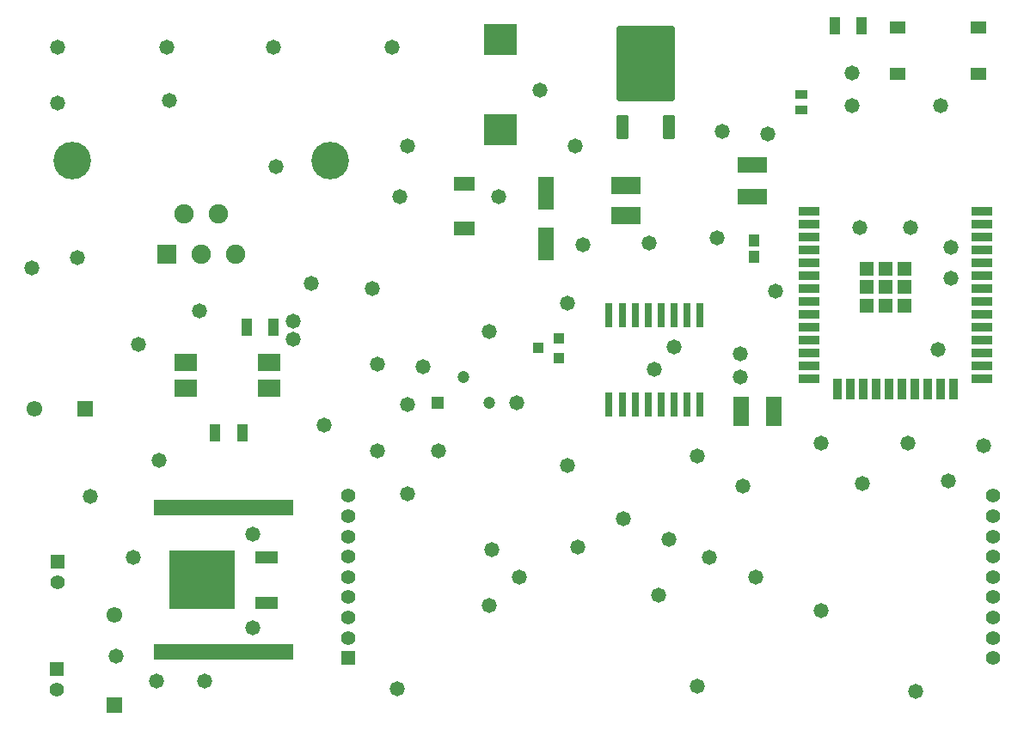
<source format=gts>
G04*
G04 #@! TF.GenerationSoftware,Altium Limited,Altium Designer,25.1.2 (22)*
G04*
G04 Layer_Color=8388736*
%FSLAX44Y44*%
%MOMM*%
G71*
G04*
G04 #@! TF.SameCoordinates,735CD127-3729-4D2A-A9AC-AB826B6A9FB7*
G04*
G04*
G04 #@! TF.FilePolarity,Negative*
G04*
G01*
G75*
%ADD17R,0.8000X2.4000*%
%ADD18R,0.7000X2.4000*%
%ADD22R,2.0000X0.9000*%
%ADD23R,0.9000X2.0000*%
%ADD24R,1.3300X1.3300*%
%ADD27R,1.0121X1.2084*%
%ADD29R,13.7160X1.5240*%
%ADD30R,2.2000X1.7000*%
%ADD31R,1.6000X3.2000*%
%ADD32R,1.5500X1.3000*%
%ADD33R,3.2510X3.1240*%
%ADD35R,1.2621X0.9578*%
G04:AMPARAMS|DCode=36|XSize=5.7532mm|YSize=7.4032mm|CornerRadius=0.1571mm|HoleSize=0mm|Usage=FLASHONLY|Rotation=180.000|XOffset=0mm|YOffset=0mm|HoleType=Round|Shape=RoundedRectangle|*
%AMROUNDEDRECTD36*
21,1,5.7532,7.0890,0,0,180.0*
21,1,5.4390,7.4032,0,0,180.0*
1,1,0.3142,-2.7195,3.5445*
1,1,0.3142,2.7195,3.5445*
1,1,0.3142,2.7195,-3.5445*
1,1,0.3142,-2.7195,-3.5445*
%
%ADD36ROUNDEDRECTD36*%
G04:AMPARAMS|DCode=37|XSize=1.2032mm|YSize=2.4032mm|CornerRadius=0.1516mm|HoleSize=0mm|Usage=FLASHONLY|Rotation=180.000|XOffset=0mm|YOffset=0mm|HoleType=Round|Shape=RoundedRectangle|*
%AMROUNDEDRECTD37*
21,1,1.2032,2.1000,0,0,180.0*
21,1,0.9000,2.4032,0,0,180.0*
1,1,0.3032,-0.4500,1.0500*
1,1,0.3032,0.4500,1.0500*
1,1,0.3032,0.4500,-1.0500*
1,1,0.3032,-0.4500,-1.0500*
%
%ADD37ROUNDEDRECTD37*%
%ADD38R,1.1032X1.0032*%
%ADD39R,1.5532X3.0032*%
%ADD40R,3.0032X1.5532*%
%ADD41R,1.1032X1.7532*%
%ADD42R,6.4000X5.8000*%
%ADD43R,2.2000X1.2000*%
%ADD44R,2.1000X1.4000*%
%ADD45R,3.0032X1.8032*%
%ADD46C,1.4000*%
%ADD47R,1.4000X1.4000*%
%ADD48C,1.9032*%
%ADD49R,1.9032X1.9032*%
%ADD50C,3.7000*%
%ADD51R,1.5500X1.5500*%
%ADD52C,1.5500*%
%ADD53R,1.5500X1.5500*%
%ADD54R,1.4032X1.4032*%
%ADD55C,1.4032*%
%ADD56C,1.2000*%
%ADD57R,1.2000X1.2000*%
%ADD58C,1.4732*%
D17*
X715510Y320490D02*
D03*
X625610D02*
D03*
Y408490D02*
D03*
X715510D02*
D03*
D18*
X702310Y320490D02*
D03*
X689610D02*
D03*
X676910D02*
D03*
X664210D02*
D03*
X651510D02*
D03*
X638810D02*
D03*
Y408490D02*
D03*
X651510D02*
D03*
X664210D02*
D03*
X676910D02*
D03*
X689610D02*
D03*
X702310D02*
D03*
D22*
X823130Y511070D02*
D03*
Y498370D02*
D03*
Y485670D02*
D03*
Y472970D02*
D03*
Y460270D02*
D03*
Y447570D02*
D03*
Y434870D02*
D03*
Y422170D02*
D03*
Y409470D02*
D03*
Y396770D02*
D03*
Y384070D02*
D03*
Y371370D02*
D03*
Y358670D02*
D03*
Y345970D02*
D03*
X993130D02*
D03*
Y358670D02*
D03*
Y371370D02*
D03*
Y384070D02*
D03*
Y396770D02*
D03*
Y409470D02*
D03*
Y422170D02*
D03*
Y434870D02*
D03*
Y447570D02*
D03*
Y460270D02*
D03*
Y472970D02*
D03*
Y485670D02*
D03*
Y498370D02*
D03*
Y511070D02*
D03*
D23*
X850980Y335970D02*
D03*
X863680D02*
D03*
X876380D02*
D03*
X889080D02*
D03*
X901780D02*
D03*
X914480D02*
D03*
X927180D02*
D03*
X939880D02*
D03*
X952580D02*
D03*
X965280D02*
D03*
D24*
X879780Y454420D02*
D03*
X898130D02*
D03*
X916480D02*
D03*
X879780Y436070D02*
D03*
X898130D02*
D03*
X916480D02*
D03*
X879780Y417720D02*
D03*
X898130D02*
D03*
X916480D02*
D03*
D27*
X768350Y481729D02*
D03*
Y465691D02*
D03*
D29*
X246380Y218440D02*
D03*
Y76200D02*
D03*
D30*
X291190Y336550D02*
D03*
Y361950D02*
D03*
X209190D02*
D03*
Y336550D02*
D03*
D31*
X563372Y528682D02*
D03*
Y478682D02*
D03*
D32*
X910210Y691790D02*
D03*
X989710D02*
D03*
X910210Y646790D02*
D03*
X989710D02*
D03*
D33*
X518922Y591057D02*
D03*
Y680467D02*
D03*
D35*
X815340Y611218D02*
D03*
Y625762D02*
D03*
D36*
X661670Y656540D02*
D03*
D37*
X684470Y593540D02*
D03*
X638870D02*
D03*
D38*
X576420Y366420D02*
D03*
Y385420D02*
D03*
X556420Y375920D02*
D03*
D39*
X756160Y313690D02*
D03*
X788160D02*
D03*
D40*
X767080Y525020D02*
D03*
Y557020D02*
D03*
D41*
X264560Y292500D02*
D03*
X238060D02*
D03*
X295190Y396240D02*
D03*
X268690D02*
D03*
X874310Y693420D02*
D03*
X847810D02*
D03*
D42*
X225380Y147320D02*
D03*
D43*
X288380Y124520D02*
D03*
Y170120D02*
D03*
D44*
X483362Y494382D02*
D03*
Y538382D02*
D03*
D45*
X642620Y535940D02*
D03*
Y506440D02*
D03*
D46*
X1003980Y70370D02*
D03*
Y90370D02*
D03*
Y110370D02*
D03*
Y130370D02*
D03*
Y150370D02*
D03*
Y170370D02*
D03*
Y190370D02*
D03*
Y210370D02*
D03*
Y230370D02*
D03*
X368980D02*
D03*
Y210370D02*
D03*
Y190370D02*
D03*
Y170370D02*
D03*
Y150370D02*
D03*
Y130370D02*
D03*
Y110370D02*
D03*
Y90370D02*
D03*
D47*
Y70370D02*
D03*
D48*
X258300Y468254D02*
D03*
X241300Y508254D02*
D03*
X224300Y468254D02*
D03*
X207300Y508254D02*
D03*
D49*
X190300Y468254D02*
D03*
D50*
X97300Y561090D02*
D03*
X351300D02*
D03*
D51*
X138430Y24434D02*
D03*
D52*
Y113234D02*
D03*
X60090Y316484D02*
D03*
D53*
X110090D02*
D03*
D54*
X81650Y59530D02*
D03*
X82920Y165194D02*
D03*
D55*
X81650Y39530D02*
D03*
X82920Y145194D02*
D03*
D56*
X508000Y322480D02*
D03*
X482600Y347880D02*
D03*
D57*
X457200Y322480D02*
D03*
D58*
X227500Y47500D02*
D03*
X180000D02*
D03*
X995000Y280000D02*
D03*
X665000Y480000D02*
D03*
X600000Y477500D02*
D03*
X297500Y555000D02*
D03*
X392500Y435000D02*
D03*
X332500Y440000D02*
D03*
X442500Y357500D02*
D03*
X397500Y360000D02*
D03*
X865000Y647500D02*
D03*
X952500Y615000D02*
D03*
X865000D02*
D03*
X782500Y587500D02*
D03*
X737500Y590000D02*
D03*
X592500Y575000D02*
D03*
X557500Y630000D02*
D03*
X82500Y617500D02*
D03*
X192500Y620000D02*
D03*
X427500Y575000D02*
D03*
X420000Y525000D02*
D03*
X412500Y672500D02*
D03*
X190000D02*
D03*
X295000D02*
D03*
X82500D02*
D03*
X102500Y465000D02*
D03*
X57500Y455000D02*
D03*
X162500Y380000D02*
D03*
X222500Y412500D02*
D03*
X182500Y265000D02*
D03*
X115000Y230000D02*
D03*
X157500Y170000D02*
D03*
X140000Y72500D02*
D03*
X585000Y420000D02*
D03*
X507500Y392500D02*
D03*
X510000Y177500D02*
D03*
X507500Y122500D02*
D03*
X457500Y275000D02*
D03*
X397500D02*
D03*
X427500Y232500D02*
D03*
X872500Y495000D02*
D03*
X922500D02*
D03*
X950000Y375000D02*
D03*
X690000Y377500D02*
D03*
X670000Y355000D02*
D03*
X960000Y245000D02*
D03*
X920000Y282500D02*
D03*
X875000Y242500D02*
D03*
X835000Y282500D02*
D03*
X757500Y240000D02*
D03*
X712500Y270000D02*
D03*
X585000Y260000D02*
D03*
X595000Y180000D02*
D03*
X675000Y132500D02*
D03*
X835000Y117500D02*
D03*
X927500Y37500D02*
D03*
X712500Y42500D02*
D03*
X417500Y40000D02*
D03*
X275000Y100000D02*
D03*
Y192500D02*
D03*
X725000Y170000D02*
D03*
X770000Y150000D02*
D03*
X685000Y187500D02*
D03*
X640000Y207500D02*
D03*
X537500Y150000D02*
D03*
X535000Y322500D02*
D03*
X427500Y320000D02*
D03*
X790000Y432500D02*
D03*
X732500Y485000D02*
D03*
X315000Y385000D02*
D03*
Y402500D02*
D03*
X517500Y525000D02*
D03*
X345000Y300000D02*
D03*
X755000Y370000D02*
D03*
Y347500D02*
D03*
X962500Y445000D02*
D03*
Y475000D02*
D03*
M02*

</source>
